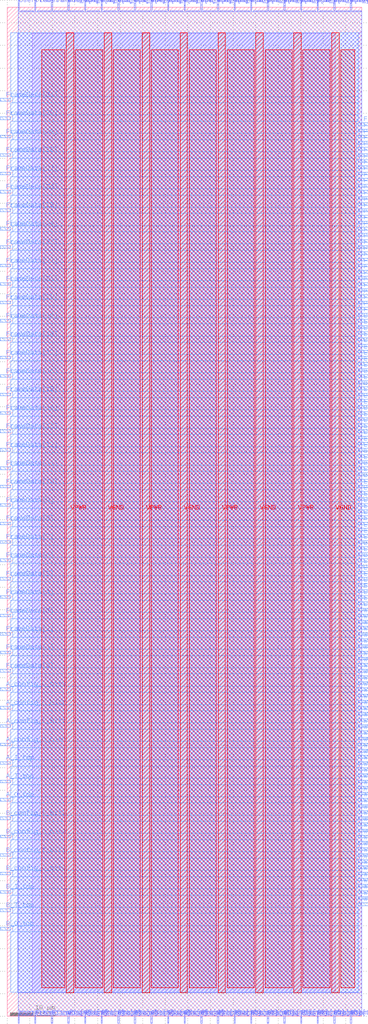
<source format=lef>
VERSION 5.7 ;
  NOWIREEXTENSIONATPIN ON ;
  DIVIDERCHAR "/" ;
  BUSBITCHARS "[]" ;
MACRO W_IO
  CLASS BLOCK ;
  FOREIGN W_IO ;
  ORIGIN 0.000 0.000 ;
  SIZE 78.500 BY 223.500 ;
  PIN A_I_top
    DIRECTION OUTPUT TRISTATE ;
    USE SIGNAL ;
    ANTENNADIFFAREA 0.795200 ;
    PORT
      LAYER met3 ;
        RECT -1.500 55.800 0.800 56.400 ;
    END
  END A_I_top
  PIN A_O_top
    DIRECTION INPUT ;
    USE SIGNAL ;
    ANTENNAGATEAREA 0.196500 ;
    PORT
      LAYER met3 ;
        RECT -1.500 47.640 0.800 48.240 ;
    END
  END A_O_top
  PIN A_T_top
    DIRECTION OUTPUT TRISTATE ;
    USE SIGNAL ;
    ANTENNADIFFAREA 0.795200 ;
    PORT
      LAYER met3 ;
        RECT -1.500 51.720 0.800 52.320 ;
    END
  END A_T_top
  PIN A_config_C_bit0
    DIRECTION OUTPUT TRISTATE ;
    USE SIGNAL ;
    ANTENNADIFFAREA 0.795200 ;
    PORT
      LAYER met3 ;
        RECT -1.500 59.880 0.800 60.480 ;
    END
  END A_config_C_bit0
  PIN A_config_C_bit1
    DIRECTION OUTPUT TRISTATE ;
    USE SIGNAL ;
    ANTENNADIFFAREA 0.795200 ;
    PORT
      LAYER met3 ;
        RECT -1.500 63.960 0.800 64.560 ;
    END
  END A_config_C_bit1
  PIN A_config_C_bit2
    DIRECTION OUTPUT TRISTATE ;
    USE SIGNAL ;
    ANTENNADIFFAREA 0.795200 ;
    PORT
      LAYER met3 ;
        RECT -1.500 68.040 0.800 68.640 ;
    END
  END A_config_C_bit2
  PIN A_config_C_bit3
    DIRECTION OUTPUT TRISTATE ;
    USE SIGNAL ;
    ANTENNADIFFAREA 0.795200 ;
    PORT
      LAYER met3 ;
        RECT -1.500 72.120 0.800 72.720 ;
    END
  END A_config_C_bit3
  PIN B_I_top
    DIRECTION OUTPUT TRISTATE ;
    USE SIGNAL ;
    ANTENNADIFFAREA 0.795200 ;
    PORT
      LAYER met3 ;
        RECT -1.500 27.240 0.800 27.840 ;
    END
  END B_I_top
  PIN B_O_top
    DIRECTION INPUT ;
    USE SIGNAL ;
    ANTENNAGATEAREA 0.196500 ;
    PORT
      LAYER met3 ;
        RECT -1.500 19.080 0.800 19.680 ;
    END
  END B_O_top
  PIN B_T_top
    DIRECTION OUTPUT TRISTATE ;
    USE SIGNAL ;
    ANTENNADIFFAREA 0.795200 ;
    PORT
      LAYER met3 ;
        RECT -1.500 23.160 0.800 23.760 ;
    END
  END B_T_top
  PIN B_config_C_bit0
    DIRECTION OUTPUT TRISTATE ;
    USE SIGNAL ;
    ANTENNADIFFAREA 0.795200 ;
    PORT
      LAYER met3 ;
        RECT -1.500 31.320 0.800 31.920 ;
    END
  END B_config_C_bit0
  PIN B_config_C_bit1
    DIRECTION OUTPUT TRISTATE ;
    USE SIGNAL ;
    ANTENNADIFFAREA 0.795200 ;
    PORT
      LAYER met3 ;
        RECT -1.500 35.400 0.800 36.000 ;
    END
  END B_config_C_bit1
  PIN B_config_C_bit2
    DIRECTION OUTPUT TRISTATE ;
    USE SIGNAL ;
    ANTENNADIFFAREA 0.795200 ;
    PORT
      LAYER met3 ;
        RECT -1.500 39.480 0.800 40.080 ;
    END
  END B_config_C_bit2
  PIN B_config_C_bit3
    DIRECTION OUTPUT TRISTATE ;
    USE SIGNAL ;
    ANTENNADIFFAREA 0.795200 ;
    PORT
      LAYER met3 ;
        RECT -1.500 43.560 0.800 44.160 ;
    END
  END B_config_C_bit3
  PIN E1BEG[0]
    DIRECTION OUTPUT TRISTATE ;
    USE SIGNAL ;
    ANTENNADIFFAREA 0.795200 ;
    PORT
      LAYER met3 ;
        RECT 77.700 89.800 80.000 90.400 ;
    END
  END E1BEG[0]
  PIN E1BEG[1]
    DIRECTION OUTPUT TRISTATE ;
    USE SIGNAL ;
    ANTENNADIFFAREA 0.795200 ;
    PORT
      LAYER met3 ;
        RECT 77.700 91.160 80.000 91.760 ;
    END
  END E1BEG[1]
  PIN E1BEG[2]
    DIRECTION OUTPUT TRISTATE ;
    USE SIGNAL ;
    ANTENNADIFFAREA 0.795200 ;
    PORT
      LAYER met3 ;
        RECT 77.700 92.520 80.000 93.120 ;
    END
  END E1BEG[2]
  PIN E1BEG[3]
    DIRECTION OUTPUT TRISTATE ;
    USE SIGNAL ;
    ANTENNADIFFAREA 0.795200 ;
    PORT
      LAYER met3 ;
        RECT 77.700 93.880 80.000 94.480 ;
    END
  END E1BEG[3]
  PIN E2BEG[0]
    DIRECTION OUTPUT TRISTATE ;
    USE SIGNAL ;
    ANTENNADIFFAREA 0.795200 ;
    PORT
      LAYER met3 ;
        RECT 77.700 95.240 80.000 95.840 ;
    END
  END E2BEG[0]
  PIN E2BEG[1]
    DIRECTION OUTPUT TRISTATE ;
    USE SIGNAL ;
    ANTENNADIFFAREA 0.795200 ;
    PORT
      LAYER met3 ;
        RECT 77.700 96.600 80.000 97.200 ;
    END
  END E2BEG[1]
  PIN E2BEG[2]
    DIRECTION OUTPUT TRISTATE ;
    USE SIGNAL ;
    ANTENNADIFFAREA 0.795200 ;
    PORT
      LAYER met3 ;
        RECT 77.700 97.960 80.000 98.560 ;
    END
  END E2BEG[2]
  PIN E2BEG[3]
    DIRECTION OUTPUT TRISTATE ;
    USE SIGNAL ;
    ANTENNADIFFAREA 0.795200 ;
    PORT
      LAYER met3 ;
        RECT 77.700 99.320 80.000 99.920 ;
    END
  END E2BEG[3]
  PIN E2BEG[4]
    DIRECTION OUTPUT TRISTATE ;
    USE SIGNAL ;
    ANTENNADIFFAREA 0.445500 ;
    PORT
      LAYER met3 ;
        RECT 77.700 100.680 80.000 101.280 ;
    END
  END E2BEG[4]
  PIN E2BEG[5]
    DIRECTION OUTPUT TRISTATE ;
    USE SIGNAL ;
    ANTENNADIFFAREA 0.795200 ;
    PORT
      LAYER met3 ;
        RECT 77.700 102.040 80.000 102.640 ;
    END
  END E2BEG[5]
  PIN E2BEG[6]
    DIRECTION OUTPUT TRISTATE ;
    USE SIGNAL ;
    ANTENNADIFFAREA 0.795200 ;
    PORT
      LAYER met3 ;
        RECT 77.700 103.400 80.000 104.000 ;
    END
  END E2BEG[6]
  PIN E2BEG[7]
    DIRECTION OUTPUT TRISTATE ;
    USE SIGNAL ;
    ANTENNADIFFAREA 0.795200 ;
    PORT
      LAYER met3 ;
        RECT 77.700 104.760 80.000 105.360 ;
    END
  END E2BEG[7]
  PIN E2BEGb[0]
    DIRECTION OUTPUT TRISTATE ;
    USE SIGNAL ;
    ANTENNADIFFAREA 0.795200 ;
    PORT
      LAYER met3 ;
        RECT 77.700 106.120 80.000 106.720 ;
    END
  END E2BEGb[0]
  PIN E2BEGb[1]
    DIRECTION OUTPUT TRISTATE ;
    USE SIGNAL ;
    ANTENNADIFFAREA 0.795200 ;
    PORT
      LAYER met3 ;
        RECT 77.700 107.480 80.000 108.080 ;
    END
  END E2BEGb[1]
  PIN E2BEGb[2]
    DIRECTION OUTPUT TRISTATE ;
    USE SIGNAL ;
    ANTENNADIFFAREA 0.795200 ;
    PORT
      LAYER met3 ;
        RECT 77.700 108.840 80.000 109.440 ;
    END
  END E2BEGb[2]
  PIN E2BEGb[3]
    DIRECTION OUTPUT TRISTATE ;
    USE SIGNAL ;
    ANTENNADIFFAREA 0.795200 ;
    PORT
      LAYER met3 ;
        RECT 77.700 110.200 80.000 110.800 ;
    END
  END E2BEGb[3]
  PIN E2BEGb[4]
    DIRECTION OUTPUT TRISTATE ;
    USE SIGNAL ;
    ANTENNADIFFAREA 0.795200 ;
    PORT
      LAYER met3 ;
        RECT 77.700 111.560 80.000 112.160 ;
    END
  END E2BEGb[4]
  PIN E2BEGb[5]
    DIRECTION OUTPUT TRISTATE ;
    USE SIGNAL ;
    ANTENNADIFFAREA 0.795200 ;
    PORT
      LAYER met3 ;
        RECT 77.700 112.920 80.000 113.520 ;
    END
  END E2BEGb[5]
  PIN E2BEGb[6]
    DIRECTION OUTPUT TRISTATE ;
    USE SIGNAL ;
    ANTENNADIFFAREA 0.445500 ;
    PORT
      LAYER met3 ;
        RECT 77.700 114.280 80.000 114.880 ;
    END
  END E2BEGb[6]
  PIN E2BEGb[7]
    DIRECTION OUTPUT TRISTATE ;
    USE SIGNAL ;
    ANTENNADIFFAREA 0.795200 ;
    PORT
      LAYER met3 ;
        RECT 77.700 115.640 80.000 116.240 ;
    END
  END E2BEGb[7]
  PIN E6BEG[0]
    DIRECTION OUTPUT TRISTATE ;
    USE SIGNAL ;
    ANTENNADIFFAREA 0.795200 ;
    PORT
      LAYER met3 ;
        RECT 77.700 138.760 80.000 139.360 ;
    END
  END E6BEG[0]
  PIN E6BEG[10]
    DIRECTION OUTPUT TRISTATE ;
    USE SIGNAL ;
    ANTENNADIFFAREA 0.795200 ;
    PORT
      LAYER met3 ;
        RECT 77.700 152.360 80.000 152.960 ;
    END
  END E6BEG[10]
  PIN E6BEG[11]
    DIRECTION OUTPUT TRISTATE ;
    USE SIGNAL ;
    ANTENNADIFFAREA 0.795200 ;
    PORT
      LAYER met3 ;
        RECT 77.700 153.720 80.000 154.320 ;
    END
  END E6BEG[11]
  PIN E6BEG[1]
    DIRECTION OUTPUT TRISTATE ;
    USE SIGNAL ;
    ANTENNADIFFAREA 0.795200 ;
    PORT
      LAYER met3 ;
        RECT 77.700 140.120 80.000 140.720 ;
    END
  END E6BEG[1]
  PIN E6BEG[2]
    DIRECTION OUTPUT TRISTATE ;
    USE SIGNAL ;
    ANTENNADIFFAREA 0.795200 ;
    PORT
      LAYER met3 ;
        RECT 77.700 141.480 80.000 142.080 ;
    END
  END E6BEG[2]
  PIN E6BEG[3]
    DIRECTION OUTPUT TRISTATE ;
    USE SIGNAL ;
    ANTENNADIFFAREA 0.795200 ;
    PORT
      LAYER met3 ;
        RECT 77.700 142.840 80.000 143.440 ;
    END
  END E6BEG[3]
  PIN E6BEG[4]
    DIRECTION OUTPUT TRISTATE ;
    USE SIGNAL ;
    ANTENNADIFFAREA 0.795200 ;
    PORT
      LAYER met3 ;
        RECT 77.700 144.200 80.000 144.800 ;
    END
  END E6BEG[4]
  PIN E6BEG[5]
    DIRECTION OUTPUT TRISTATE ;
    USE SIGNAL ;
    ANTENNADIFFAREA 0.795200 ;
    PORT
      LAYER met3 ;
        RECT 77.700 145.560 80.000 146.160 ;
    END
  END E6BEG[5]
  PIN E6BEG[6]
    DIRECTION OUTPUT TRISTATE ;
    USE SIGNAL ;
    ANTENNADIFFAREA 0.795200 ;
    PORT
      LAYER met3 ;
        RECT 77.700 146.920 80.000 147.520 ;
    END
  END E6BEG[6]
  PIN E6BEG[7]
    DIRECTION OUTPUT TRISTATE ;
    USE SIGNAL ;
    ANTENNADIFFAREA 0.795200 ;
    PORT
      LAYER met3 ;
        RECT 77.700 148.280 80.000 148.880 ;
    END
  END E6BEG[7]
  PIN E6BEG[8]
    DIRECTION OUTPUT TRISTATE ;
    USE SIGNAL ;
    ANTENNADIFFAREA 0.795200 ;
    PORT
      LAYER met3 ;
        RECT 77.700 149.640 80.000 150.240 ;
    END
  END E6BEG[8]
  PIN E6BEG[9]
    DIRECTION OUTPUT TRISTATE ;
    USE SIGNAL ;
    ANTENNADIFFAREA 0.795200 ;
    PORT
      LAYER met3 ;
        RECT 77.700 151.000 80.000 151.600 ;
    END
  END E6BEG[9]
  PIN EE4BEG[0]
    DIRECTION OUTPUT TRISTATE ;
    USE SIGNAL ;
    ANTENNADIFFAREA 0.795200 ;
    PORT
      LAYER met3 ;
        RECT 77.700 117.000 80.000 117.600 ;
    END
  END EE4BEG[0]
  PIN EE4BEG[10]
    DIRECTION OUTPUT TRISTATE ;
    USE SIGNAL ;
    ANTENNADIFFAREA 0.795200 ;
    PORT
      LAYER met3 ;
        RECT 77.700 130.600 80.000 131.200 ;
    END
  END EE4BEG[10]
  PIN EE4BEG[11]
    DIRECTION OUTPUT TRISTATE ;
    USE SIGNAL ;
    ANTENNADIFFAREA 0.795200 ;
    PORT
      LAYER met3 ;
        RECT 77.700 131.960 80.000 132.560 ;
    END
  END EE4BEG[11]
  PIN EE4BEG[12]
    DIRECTION OUTPUT TRISTATE ;
    USE SIGNAL ;
    ANTENNADIFFAREA 0.795200 ;
    PORT
      LAYER met3 ;
        RECT 77.700 133.320 80.000 133.920 ;
    END
  END EE4BEG[12]
  PIN EE4BEG[13]
    DIRECTION OUTPUT TRISTATE ;
    USE SIGNAL ;
    ANTENNADIFFAREA 0.795200 ;
    PORT
      LAYER met3 ;
        RECT 77.700 134.680 80.000 135.280 ;
    END
  END EE4BEG[13]
  PIN EE4BEG[14]
    DIRECTION OUTPUT TRISTATE ;
    USE SIGNAL ;
    ANTENNADIFFAREA 0.795200 ;
    PORT
      LAYER met3 ;
        RECT 77.700 136.040 80.000 136.640 ;
    END
  END EE4BEG[14]
  PIN EE4BEG[15]
    DIRECTION OUTPUT TRISTATE ;
    USE SIGNAL ;
    ANTENNADIFFAREA 0.795200 ;
    PORT
      LAYER met3 ;
        RECT 77.700 137.400 80.000 138.000 ;
    END
  END EE4BEG[15]
  PIN EE4BEG[1]
    DIRECTION OUTPUT TRISTATE ;
    USE SIGNAL ;
    ANTENNADIFFAREA 0.795200 ;
    PORT
      LAYER met3 ;
        RECT 77.700 118.360 80.000 118.960 ;
    END
  END EE4BEG[1]
  PIN EE4BEG[2]
    DIRECTION OUTPUT TRISTATE ;
    USE SIGNAL ;
    ANTENNADIFFAREA 0.795200 ;
    PORT
      LAYER met3 ;
        RECT 77.700 119.720 80.000 120.320 ;
    END
  END EE4BEG[2]
  PIN EE4BEG[3]
    DIRECTION OUTPUT TRISTATE ;
    USE SIGNAL ;
    ANTENNADIFFAREA 0.795200 ;
    PORT
      LAYER met3 ;
        RECT 77.700 121.080 80.000 121.680 ;
    END
  END EE4BEG[3]
  PIN EE4BEG[4]
    DIRECTION OUTPUT TRISTATE ;
    USE SIGNAL ;
    ANTENNADIFFAREA 0.795200 ;
    PORT
      LAYER met3 ;
        RECT 77.700 122.440 80.000 123.040 ;
    END
  END EE4BEG[4]
  PIN EE4BEG[5]
    DIRECTION OUTPUT TRISTATE ;
    USE SIGNAL ;
    ANTENNADIFFAREA 0.795200 ;
    PORT
      LAYER met3 ;
        RECT 77.700 123.800 80.000 124.400 ;
    END
  END EE4BEG[5]
  PIN EE4BEG[6]
    DIRECTION OUTPUT TRISTATE ;
    USE SIGNAL ;
    ANTENNADIFFAREA 0.795200 ;
    PORT
      LAYER met3 ;
        RECT 77.700 125.160 80.000 125.760 ;
    END
  END EE4BEG[6]
  PIN EE4BEG[7]
    DIRECTION OUTPUT TRISTATE ;
    USE SIGNAL ;
    ANTENNADIFFAREA 0.795200 ;
    PORT
      LAYER met3 ;
        RECT 77.700 126.520 80.000 127.120 ;
    END
  END EE4BEG[7]
  PIN EE4BEG[8]
    DIRECTION OUTPUT TRISTATE ;
    USE SIGNAL ;
    ANTENNADIFFAREA 0.795200 ;
    PORT
      LAYER met3 ;
        RECT 77.700 127.880 80.000 128.480 ;
    END
  END EE4BEG[8]
  PIN EE4BEG[9]
    DIRECTION OUTPUT TRISTATE ;
    USE SIGNAL ;
    ANTENNADIFFAREA 0.795200 ;
    PORT
      LAYER met3 ;
        RECT 77.700 129.240 80.000 129.840 ;
    END
  END EE4BEG[9]
  PIN FrameData[0]
    DIRECTION INPUT ;
    USE SIGNAL ;
    ANTENNAGATEAREA 0.213000 ;
    PORT
      LAYER met3 ;
        RECT -1.500 76.200 0.800 76.800 ;
    END
  END FrameData[0]
  PIN FrameData[10]
    DIRECTION INPUT ;
    USE SIGNAL ;
    ANTENNAGATEAREA 0.213000 ;
    PORT
      LAYER met3 ;
        RECT -1.500 117.000 0.800 117.600 ;
    END
  END FrameData[10]
  PIN FrameData[11]
    DIRECTION INPUT ;
    USE SIGNAL ;
    ANTENNAGATEAREA 0.213000 ;
    PORT
      LAYER met3 ;
        RECT -1.500 121.080 0.800 121.680 ;
    END
  END FrameData[11]
  PIN FrameData[12]
    DIRECTION INPUT ;
    USE SIGNAL ;
    ANTENNAGATEAREA 0.126000 ;
    PORT
      LAYER met3 ;
        RECT -1.500 125.160 0.800 125.760 ;
    END
  END FrameData[12]
  PIN FrameData[13]
    DIRECTION INPUT ;
    USE SIGNAL ;
    ANTENNAGATEAREA 0.213000 ;
    PORT
      LAYER met3 ;
        RECT -1.500 129.240 0.800 129.840 ;
    END
  END FrameData[13]
  PIN FrameData[14]
    DIRECTION INPUT ;
    USE SIGNAL ;
    ANTENNAGATEAREA 0.213000 ;
    PORT
      LAYER met3 ;
        RECT -1.500 133.320 0.800 133.920 ;
    END
  END FrameData[14]
  PIN FrameData[15]
    DIRECTION INPUT ;
    USE SIGNAL ;
    ANTENNAGATEAREA 0.159000 ;
    PORT
      LAYER met3 ;
        RECT -1.500 137.400 0.800 138.000 ;
    END
  END FrameData[15]
  PIN FrameData[16]
    DIRECTION INPUT ;
    USE SIGNAL ;
    ANTENNAGATEAREA 0.159000 ;
    PORT
      LAYER met3 ;
        RECT -1.500 141.480 0.800 142.080 ;
    END
  END FrameData[16]
  PIN FrameData[17]
    DIRECTION INPUT ;
    USE SIGNAL ;
    ANTENNAGATEAREA 0.159000 ;
    PORT
      LAYER met3 ;
        RECT -1.500 145.560 0.800 146.160 ;
    END
  END FrameData[17]
  PIN FrameData[18]
    DIRECTION INPUT ;
    USE SIGNAL ;
    ANTENNAGATEAREA 0.159000 ;
    PORT
      LAYER met3 ;
        RECT -1.500 149.640 0.800 150.240 ;
    END
  END FrameData[18]
  PIN FrameData[19]
    DIRECTION INPUT ;
    USE SIGNAL ;
    ANTENNAGATEAREA 0.159000 ;
    PORT
      LAYER met3 ;
        RECT -1.500 153.720 0.800 154.320 ;
    END
  END FrameData[19]
  PIN FrameData[1]
    DIRECTION INPUT ;
    USE SIGNAL ;
    ANTENNAGATEAREA 0.213000 ;
    PORT
      LAYER met3 ;
        RECT -1.500 80.280 0.800 80.880 ;
    END
  END FrameData[1]
  PIN FrameData[20]
    DIRECTION INPUT ;
    USE SIGNAL ;
    ANTENNAGATEAREA 0.159000 ;
    PORT
      LAYER met3 ;
        RECT -1.500 157.800 0.800 158.400 ;
    END
  END FrameData[20]
  PIN FrameData[21]
    DIRECTION INPUT ;
    USE SIGNAL ;
    ANTENNAGATEAREA 0.159000 ;
    PORT
      LAYER met3 ;
        RECT -1.500 161.880 0.800 162.480 ;
    END
  END FrameData[21]
  PIN FrameData[22]
    DIRECTION INPUT ;
    USE SIGNAL ;
    ANTENNAGATEAREA 0.159000 ;
    PORT
      LAYER met3 ;
        RECT -1.500 165.960 0.800 166.560 ;
    END
  END FrameData[22]
  PIN FrameData[23]
    DIRECTION INPUT ;
    USE SIGNAL ;
    ANTENNAGATEAREA 0.159000 ;
    PORT
      LAYER met3 ;
        RECT -1.500 170.040 0.800 170.640 ;
    END
  END FrameData[23]
  PIN FrameData[24]
    DIRECTION INPUT ;
    USE SIGNAL ;
    ANTENNAGATEAREA 0.159000 ;
    PORT
      LAYER met3 ;
        RECT -1.500 174.120 0.800 174.720 ;
    END
  END FrameData[24]
  PIN FrameData[25]
    DIRECTION INPUT ;
    USE SIGNAL ;
    ANTENNAGATEAREA 0.213000 ;
    PORT
      LAYER met3 ;
        RECT -1.500 178.200 0.800 178.800 ;
    END
  END FrameData[25]
  PIN FrameData[26]
    DIRECTION INPUT ;
    USE SIGNAL ;
    ANTENNAGATEAREA 0.159000 ;
    PORT
      LAYER met3 ;
        RECT -1.500 182.280 0.800 182.880 ;
    END
  END FrameData[26]
  PIN FrameData[27]
    DIRECTION INPUT ;
    USE SIGNAL ;
    ANTENNAGATEAREA 0.159000 ;
    PORT
      LAYER met3 ;
        RECT -1.500 186.360 0.800 186.960 ;
    END
  END FrameData[27]
  PIN FrameData[28]
    DIRECTION INPUT ;
    USE SIGNAL ;
    ANTENNAGATEAREA 0.159000 ;
    PORT
      LAYER met3 ;
        RECT -1.500 190.440 0.800 191.040 ;
    END
  END FrameData[28]
  PIN FrameData[29]
    DIRECTION INPUT ;
    USE SIGNAL ;
    ANTENNAGATEAREA 0.213000 ;
    PORT
      LAYER met3 ;
        RECT -1.500 194.520 0.800 195.120 ;
    END
  END FrameData[29]
  PIN FrameData[2]
    DIRECTION INPUT ;
    USE SIGNAL ;
    ANTENNAGATEAREA 0.213000 ;
    PORT
      LAYER met3 ;
        RECT -1.500 84.360 0.800 84.960 ;
    END
  END FrameData[2]
  PIN FrameData[30]
    DIRECTION INPUT ;
    USE SIGNAL ;
    ANTENNAGATEAREA 0.213000 ;
    PORT
      LAYER met3 ;
        RECT -1.500 198.600 0.800 199.200 ;
    END
  END FrameData[30]
  PIN FrameData[31]
    DIRECTION INPUT ;
    USE SIGNAL ;
    ANTENNAGATEAREA 0.159000 ;
    PORT
      LAYER met3 ;
        RECT -1.500 202.680 0.800 203.280 ;
    END
  END FrameData[31]
  PIN FrameData[3]
    DIRECTION INPUT ;
    USE SIGNAL ;
    ANTENNAGATEAREA 0.213000 ;
    PORT
      LAYER met3 ;
        RECT -1.500 88.440 0.800 89.040 ;
    END
  END FrameData[3]
  PIN FrameData[4]
    DIRECTION INPUT ;
    USE SIGNAL ;
    ANTENNAGATEAREA 0.213000 ;
    PORT
      LAYER met3 ;
        RECT -1.500 92.520 0.800 93.120 ;
    END
  END FrameData[4]
  PIN FrameData[5]
    DIRECTION INPUT ;
    USE SIGNAL ;
    ANTENNAGATEAREA 0.213000 ;
    PORT
      LAYER met3 ;
        RECT -1.500 96.600 0.800 97.200 ;
    END
  END FrameData[5]
  PIN FrameData[6]
    DIRECTION INPUT ;
    USE SIGNAL ;
    ANTENNAGATEAREA 0.126000 ;
    PORT
      LAYER met3 ;
        RECT -1.500 100.680 0.800 101.280 ;
    END
  END FrameData[6]
  PIN FrameData[7]
    DIRECTION INPUT ;
    USE SIGNAL ;
    ANTENNAGATEAREA 0.213000 ;
    PORT
      LAYER met3 ;
        RECT -1.500 104.760 0.800 105.360 ;
    END
  END FrameData[7]
  PIN FrameData[8]
    DIRECTION INPUT ;
    USE SIGNAL ;
    ANTENNAGATEAREA 0.213000 ;
    PORT
      LAYER met3 ;
        RECT -1.500 108.840 0.800 109.440 ;
    END
  END FrameData[8]
  PIN FrameData[9]
    DIRECTION INPUT ;
    USE SIGNAL ;
    ANTENNAGATEAREA 0.213000 ;
    PORT
      LAYER met3 ;
        RECT -1.500 112.920 0.800 113.520 ;
    END
  END FrameData[9]
  PIN FrameData_O[0]
    DIRECTION OUTPUT TRISTATE ;
    USE SIGNAL ;
    ANTENNADIFFAREA 0.795200 ;
    PORT
      LAYER met3 ;
        RECT 77.700 155.080 80.000 155.680 ;
    END
  END FrameData_O[0]
  PIN FrameData_O[10]
    DIRECTION OUTPUT TRISTATE ;
    USE SIGNAL ;
    ANTENNADIFFAREA 0.795200 ;
    PORT
      LAYER met3 ;
        RECT 77.700 168.680 80.000 169.280 ;
    END
  END FrameData_O[10]
  PIN FrameData_O[11]
    DIRECTION OUTPUT TRISTATE ;
    USE SIGNAL ;
    ANTENNADIFFAREA 0.795200 ;
    PORT
      LAYER met3 ;
        RECT 77.700 170.040 80.000 170.640 ;
    END
  END FrameData_O[11]
  PIN FrameData_O[12]
    DIRECTION OUTPUT TRISTATE ;
    USE SIGNAL ;
    ANTENNADIFFAREA 0.795200 ;
    PORT
      LAYER met3 ;
        RECT 77.700 171.400 80.000 172.000 ;
    END
  END FrameData_O[12]
  PIN FrameData_O[13]
    DIRECTION OUTPUT TRISTATE ;
    USE SIGNAL ;
    ANTENNADIFFAREA 0.795200 ;
    PORT
      LAYER met3 ;
        RECT 77.700 172.760 80.000 173.360 ;
    END
  END FrameData_O[13]
  PIN FrameData_O[14]
    DIRECTION OUTPUT TRISTATE ;
    USE SIGNAL ;
    ANTENNADIFFAREA 0.795200 ;
    PORT
      LAYER met3 ;
        RECT 77.700 174.120 80.000 174.720 ;
    END
  END FrameData_O[14]
  PIN FrameData_O[15]
    DIRECTION OUTPUT TRISTATE ;
    USE SIGNAL ;
    ANTENNADIFFAREA 0.445500 ;
    PORT
      LAYER met3 ;
        RECT 77.700 175.480 80.000 176.080 ;
    END
  END FrameData_O[15]
  PIN FrameData_O[16]
    DIRECTION OUTPUT TRISTATE ;
    USE SIGNAL ;
    ANTENNADIFFAREA 0.795200 ;
    PORT
      LAYER met3 ;
        RECT 77.700 176.840 80.000 177.440 ;
    END
  END FrameData_O[16]
  PIN FrameData_O[17]
    DIRECTION OUTPUT TRISTATE ;
    USE SIGNAL ;
    ANTENNADIFFAREA 0.795200 ;
    PORT
      LAYER met3 ;
        RECT 77.700 178.200 80.000 178.800 ;
    END
  END FrameData_O[17]
  PIN FrameData_O[18]
    DIRECTION OUTPUT TRISTATE ;
    USE SIGNAL ;
    ANTENNADIFFAREA 0.795200 ;
    PORT
      LAYER met3 ;
        RECT 77.700 179.560 80.000 180.160 ;
    END
  END FrameData_O[18]
  PIN FrameData_O[19]
    DIRECTION OUTPUT TRISTATE ;
    USE SIGNAL ;
    ANTENNADIFFAREA 0.445500 ;
    PORT
      LAYER met3 ;
        RECT 77.700 180.920 80.000 181.520 ;
    END
  END FrameData_O[19]
  PIN FrameData_O[1]
    DIRECTION OUTPUT TRISTATE ;
    USE SIGNAL ;
    ANTENNADIFFAREA 0.795200 ;
    PORT
      LAYER met3 ;
        RECT 77.700 156.440 80.000 157.040 ;
    END
  END FrameData_O[1]
  PIN FrameData_O[20]
    DIRECTION OUTPUT TRISTATE ;
    USE SIGNAL ;
    ANTENNADIFFAREA 0.795200 ;
    PORT
      LAYER met3 ;
        RECT 77.700 182.280 80.000 182.880 ;
    END
  END FrameData_O[20]
  PIN FrameData_O[21]
    DIRECTION OUTPUT TRISTATE ;
    USE SIGNAL ;
    ANTENNADIFFAREA 0.795200 ;
    PORT
      LAYER met3 ;
        RECT 77.700 183.640 80.000 184.240 ;
    END
  END FrameData_O[21]
  PIN FrameData_O[22]
    DIRECTION OUTPUT TRISTATE ;
    USE SIGNAL ;
    ANTENNADIFFAREA 0.795200 ;
    PORT
      LAYER met3 ;
        RECT 77.700 185.000 80.000 185.600 ;
    END
  END FrameData_O[22]
  PIN FrameData_O[23]
    DIRECTION OUTPUT TRISTATE ;
    USE SIGNAL ;
    ANTENNADIFFAREA 0.445500 ;
    PORT
      LAYER met3 ;
        RECT 77.700 186.360 80.000 186.960 ;
    END
  END FrameData_O[23]
  PIN FrameData_O[24]
    DIRECTION OUTPUT TRISTATE ;
    USE SIGNAL ;
    ANTENNADIFFAREA 0.795200 ;
    PORT
      LAYER met3 ;
        RECT 77.700 187.720 80.000 188.320 ;
    END
  END FrameData_O[24]
  PIN FrameData_O[25]
    DIRECTION OUTPUT TRISTATE ;
    USE SIGNAL ;
    ANTENNADIFFAREA 0.445500 ;
    PORT
      LAYER met3 ;
        RECT 77.700 189.080 80.000 189.680 ;
    END
  END FrameData_O[25]
  PIN FrameData_O[26]
    DIRECTION OUTPUT TRISTATE ;
    USE SIGNAL ;
    ANTENNADIFFAREA 0.795200 ;
    PORT
      LAYER met3 ;
        RECT 77.700 190.440 80.000 191.040 ;
    END
  END FrameData_O[26]
  PIN FrameData_O[27]
    DIRECTION OUTPUT TRISTATE ;
    USE SIGNAL ;
    ANTENNADIFFAREA 0.795200 ;
    PORT
      LAYER met3 ;
        RECT 77.700 191.800 80.000 192.400 ;
    END
  END FrameData_O[27]
  PIN FrameData_O[28]
    DIRECTION OUTPUT TRISTATE ;
    USE SIGNAL ;
    ANTENNADIFFAREA 0.795200 ;
    PORT
      LAYER met3 ;
        RECT 77.700 193.160 80.000 193.760 ;
    END
  END FrameData_O[28]
  PIN FrameData_O[29]
    DIRECTION OUTPUT TRISTATE ;
    USE SIGNAL ;
    ANTENNADIFFAREA 0.445500 ;
    PORT
      LAYER met3 ;
        RECT 77.700 194.520 80.000 195.120 ;
    END
  END FrameData_O[29]
  PIN FrameData_O[2]
    DIRECTION OUTPUT TRISTATE ;
    USE SIGNAL ;
    ANTENNADIFFAREA 0.795200 ;
    PORT
      LAYER met3 ;
        RECT 77.700 157.800 80.000 158.400 ;
    END
  END FrameData_O[2]
  PIN FrameData_O[30]
    DIRECTION OUTPUT TRISTATE ;
    USE SIGNAL ;
    ANTENNADIFFAREA 0.795200 ;
    PORT
      LAYER met3 ;
        RECT 77.700 195.880 80.000 196.480 ;
    END
  END FrameData_O[30]
  PIN FrameData_O[31]
    DIRECTION OUTPUT TRISTATE ;
    USE SIGNAL ;
    ANTENNADIFFAREA 0.795200 ;
    PORT
      LAYER met3 ;
        RECT 77.700 197.240 80.000 197.840 ;
    END
  END FrameData_O[31]
  PIN FrameData_O[3]
    DIRECTION OUTPUT TRISTATE ;
    USE SIGNAL ;
    ANTENNADIFFAREA 0.795200 ;
    PORT
      LAYER met3 ;
        RECT 77.700 159.160 80.000 159.760 ;
    END
  END FrameData_O[3]
  PIN FrameData_O[4]
    DIRECTION OUTPUT TRISTATE ;
    USE SIGNAL ;
    ANTENNADIFFAREA 0.795200 ;
    PORT
      LAYER met3 ;
        RECT 77.700 160.520 80.000 161.120 ;
    END
  END FrameData_O[4]
  PIN FrameData_O[5]
    DIRECTION OUTPUT TRISTATE ;
    USE SIGNAL ;
    ANTENNADIFFAREA 0.795200 ;
    PORT
      LAYER met3 ;
        RECT 77.700 161.880 80.000 162.480 ;
    END
  END FrameData_O[5]
  PIN FrameData_O[6]
    DIRECTION OUTPUT TRISTATE ;
    USE SIGNAL ;
    ANTENNADIFFAREA 0.795200 ;
    PORT
      LAYER met3 ;
        RECT 77.700 163.240 80.000 163.840 ;
    END
  END FrameData_O[6]
  PIN FrameData_O[7]
    DIRECTION OUTPUT TRISTATE ;
    USE SIGNAL ;
    ANTENNADIFFAREA 0.795200 ;
    PORT
      LAYER met3 ;
        RECT 77.700 164.600 80.000 165.200 ;
    END
  END FrameData_O[7]
  PIN FrameData_O[8]
    DIRECTION OUTPUT TRISTATE ;
    USE SIGNAL ;
    ANTENNADIFFAREA 0.795200 ;
    PORT
      LAYER met3 ;
        RECT 77.700 165.960 80.000 166.560 ;
    END
  END FrameData_O[8]
  PIN FrameData_O[9]
    DIRECTION OUTPUT TRISTATE ;
    USE SIGNAL ;
    ANTENNADIFFAREA 0.795200 ;
    PORT
      LAYER met3 ;
        RECT 77.700 167.320 80.000 167.920 ;
    END
  END FrameData_O[9]
  PIN FrameStrobe[0]
    DIRECTION INPUT ;
    USE SIGNAL ;
    ANTENNAGATEAREA 0.742500 ;
    PORT
      LAYER met2 ;
        RECT 6.070 -1.500 6.350 0.800 ;
    END
  END FrameStrobe[0]
  PIN FrameStrobe[10]
    DIRECTION INPUT ;
    USE SIGNAL ;
    ANTENNAGATEAREA 0.196500 ;
    PORT
      LAYER met2 ;
        RECT 42.870 -1.500 43.150 0.800 ;
    END
  END FrameStrobe[10]
  PIN FrameStrobe[11]
    DIRECTION INPUT ;
    USE SIGNAL ;
    ANTENNAGATEAREA 0.196500 ;
    PORT
      LAYER met2 ;
        RECT 46.550 -1.500 46.830 0.800 ;
    END
  END FrameStrobe[11]
  PIN FrameStrobe[12]
    DIRECTION INPUT ;
    USE SIGNAL ;
    ANTENNAGATEAREA 0.196500 ;
    PORT
      LAYER met2 ;
        RECT 50.230 -1.500 50.510 0.800 ;
    END
  END FrameStrobe[12]
  PIN FrameStrobe[13]
    DIRECTION INPUT ;
    USE SIGNAL ;
    ANTENNAGATEAREA 0.196500 ;
    PORT
      LAYER met2 ;
        RECT 53.910 -1.500 54.190 0.800 ;
    END
  END FrameStrobe[13]
  PIN FrameStrobe[14]
    DIRECTION INPUT ;
    USE SIGNAL ;
    ANTENNAGATEAREA 0.196500 ;
    PORT
      LAYER met2 ;
        RECT 57.590 -1.500 57.870 0.800 ;
    END
  END FrameStrobe[14]
  PIN FrameStrobe[15]
    DIRECTION INPUT ;
    USE SIGNAL ;
    ANTENNAGATEAREA 0.196500 ;
    PORT
      LAYER met2 ;
        RECT 61.270 -1.500 61.550 0.800 ;
    END
  END FrameStrobe[15]
  PIN FrameStrobe[16]
    DIRECTION INPUT ;
    USE SIGNAL ;
    ANTENNAGATEAREA 0.196500 ;
    PORT
      LAYER met2 ;
        RECT 64.950 -1.500 65.230 0.800 ;
    END
  END FrameStrobe[16]
  PIN FrameStrobe[17]
    DIRECTION INPUT ;
    USE SIGNAL ;
    ANTENNAGATEAREA 0.196500 ;
    PORT
      LAYER met2 ;
        RECT 68.630 -1.500 68.910 0.800 ;
    END
  END FrameStrobe[17]
  PIN FrameStrobe[18]
    DIRECTION INPUT ;
    USE SIGNAL ;
    ANTENNAGATEAREA 0.196500 ;
    PORT
      LAYER met2 ;
        RECT 72.310 -1.500 72.590 0.800 ;
    END
  END FrameStrobe[18]
  PIN FrameStrobe[19]
    DIRECTION INPUT ;
    USE SIGNAL ;
    ANTENNAGATEAREA 0.196500 ;
    PORT
      LAYER met2 ;
        RECT 75.990 -1.500 76.270 0.800 ;
    END
  END FrameStrobe[19]
  PIN FrameStrobe[1]
    DIRECTION INPUT ;
    USE SIGNAL ;
    ANTENNAGATEAREA 0.742500 ;
    PORT
      LAYER met2 ;
        RECT 9.750 -1.500 10.030 0.800 ;
    END
  END FrameStrobe[1]
  PIN FrameStrobe[2]
    DIRECTION INPUT ;
    USE SIGNAL ;
    ANTENNAGATEAREA 0.742500 ;
    PORT
      LAYER met2 ;
        RECT 13.430 -1.500 13.710 0.800 ;
    END
  END FrameStrobe[2]
  PIN FrameStrobe[3]
    DIRECTION INPUT ;
    USE SIGNAL ;
    ANTENNAGATEAREA 0.247500 ;
    PORT
      LAYER met2 ;
        RECT 17.110 -1.500 17.390 0.800 ;
    END
  END FrameStrobe[3]
  PIN FrameStrobe[4]
    DIRECTION INPUT ;
    USE SIGNAL ;
    ANTENNAGATEAREA 0.213000 ;
    PORT
      LAYER met2 ;
        RECT 20.790 -1.500 21.070 0.800 ;
    END
  END FrameStrobe[4]
  PIN FrameStrobe[5]
    DIRECTION INPUT ;
    USE SIGNAL ;
    ANTENNAGATEAREA 0.213000 ;
    PORT
      LAYER met2 ;
        RECT 24.470 -1.500 24.750 0.800 ;
    END
  END FrameStrobe[5]
  PIN FrameStrobe[6]
    DIRECTION INPUT ;
    USE SIGNAL ;
    ANTENNAGATEAREA 0.126000 ;
    PORT
      LAYER met2 ;
        RECT 28.150 -1.500 28.430 0.800 ;
    END
  END FrameStrobe[6]
  PIN FrameStrobe[7]
    DIRECTION INPUT ;
    USE SIGNAL ;
    ANTENNAGATEAREA 0.196500 ;
    PORT
      LAYER met2 ;
        RECT 31.830 -1.500 32.110 0.800 ;
    END
  END FrameStrobe[7]
  PIN FrameStrobe[8]
    DIRECTION INPUT ;
    USE SIGNAL ;
    ANTENNAGATEAREA 0.196500 ;
    PORT
      LAYER met2 ;
        RECT 35.510 -1.500 35.790 0.800 ;
    END
  END FrameStrobe[8]
  PIN FrameStrobe[9]
    DIRECTION INPUT ;
    USE SIGNAL ;
    ANTENNAGATEAREA 0.196500 ;
    PORT
      LAYER met2 ;
        RECT 39.190 -1.500 39.470 0.800 ;
    END
  END FrameStrobe[9]
  PIN FrameStrobe_O[0]
    DIRECTION OUTPUT TRISTATE ;
    USE SIGNAL ;
    ANTENNADIFFAREA 0.795200 ;
    PORT
      LAYER met2 ;
        RECT 6.070 222.700 6.350 225.000 ;
    END
  END FrameStrobe_O[0]
  PIN FrameStrobe_O[10]
    DIRECTION OUTPUT TRISTATE ;
    USE SIGNAL ;
    ANTENNADIFFAREA 0.445500 ;
    PORT
      LAYER met2 ;
        RECT 42.870 222.700 43.150 225.000 ;
    END
  END FrameStrobe_O[10]
  PIN FrameStrobe_O[11]
    DIRECTION OUTPUT TRISTATE ;
    USE SIGNAL ;
    ANTENNADIFFAREA 0.445500 ;
    PORT
      LAYER met2 ;
        RECT 46.550 222.700 46.830 225.000 ;
    END
  END FrameStrobe_O[11]
  PIN FrameStrobe_O[12]
    DIRECTION OUTPUT TRISTATE ;
    USE SIGNAL ;
    ANTENNADIFFAREA 0.445500 ;
    PORT
      LAYER met2 ;
        RECT 50.230 222.700 50.510 225.000 ;
    END
  END FrameStrobe_O[12]
  PIN FrameStrobe_O[13]
    DIRECTION OUTPUT TRISTATE ;
    USE SIGNAL ;
    ANTENNADIFFAREA 0.795200 ;
    PORT
      LAYER met2 ;
        RECT 53.910 222.700 54.190 225.000 ;
    END
  END FrameStrobe_O[13]
  PIN FrameStrobe_O[14]
    DIRECTION OUTPUT TRISTATE ;
    USE SIGNAL ;
    ANTENNADIFFAREA 0.445500 ;
    PORT
      LAYER met2 ;
        RECT 57.590 222.700 57.870 225.000 ;
    END
  END FrameStrobe_O[14]
  PIN FrameStrobe_O[15]
    DIRECTION OUTPUT TRISTATE ;
    USE SIGNAL ;
    ANTENNADIFFAREA 0.795200 ;
    PORT
      LAYER met2 ;
        RECT 61.270 222.700 61.550 225.000 ;
    END
  END FrameStrobe_O[15]
  PIN FrameStrobe_O[16]
    DIRECTION OUTPUT TRISTATE ;
    USE SIGNAL ;
    ANTENNADIFFAREA 0.445500 ;
    PORT
      LAYER met2 ;
        RECT 64.950 222.700 65.230 225.000 ;
    END
  END FrameStrobe_O[16]
  PIN FrameStrobe_O[17]
    DIRECTION OUTPUT TRISTATE ;
    USE SIGNAL ;
    ANTENNADIFFAREA 0.795200 ;
    PORT
      LAYER met2 ;
        RECT 68.630 222.700 68.910 225.000 ;
    END
  END FrameStrobe_O[17]
  PIN FrameStrobe_O[18]
    DIRECTION OUTPUT TRISTATE ;
    USE SIGNAL ;
    ANTENNADIFFAREA 0.795200 ;
    PORT
      LAYER met2 ;
        RECT 72.310 222.700 72.590 225.000 ;
    END
  END FrameStrobe_O[18]
  PIN FrameStrobe_O[19]
    DIRECTION OUTPUT TRISTATE ;
    USE SIGNAL ;
    ANTENNADIFFAREA 0.795200 ;
    PORT
      LAYER met2 ;
        RECT 75.990 222.700 76.270 225.000 ;
    END
  END FrameStrobe_O[19]
  PIN FrameStrobe_O[1]
    DIRECTION OUTPUT TRISTATE ;
    USE SIGNAL ;
    ANTENNADIFFAREA 0.445500 ;
    PORT
      LAYER met2 ;
        RECT 9.750 222.700 10.030 225.000 ;
    END
  END FrameStrobe_O[1]
  PIN FrameStrobe_O[2]
    DIRECTION OUTPUT TRISTATE ;
    USE SIGNAL ;
    ANTENNADIFFAREA 0.795200 ;
    PORT
      LAYER met2 ;
        RECT 13.430 222.700 13.710 225.000 ;
    END
  END FrameStrobe_O[2]
  PIN FrameStrobe_O[3]
    DIRECTION OUTPUT TRISTATE ;
    USE SIGNAL ;
    ANTENNADIFFAREA 0.445500 ;
    PORT
      LAYER met2 ;
        RECT 17.110 222.700 17.390 225.000 ;
    END
  END FrameStrobe_O[3]
  PIN FrameStrobe_O[4]
    DIRECTION OUTPUT TRISTATE ;
    USE SIGNAL ;
    ANTENNADIFFAREA 0.795200 ;
    PORT
      LAYER met2 ;
        RECT 20.790 222.700 21.070 225.000 ;
    END
  END FrameStrobe_O[4]
  PIN FrameStrobe_O[5]
    DIRECTION OUTPUT TRISTATE ;
    USE SIGNAL ;
    ANTENNADIFFAREA 0.445500 ;
    PORT
      LAYER met2 ;
        RECT 24.470 222.700 24.750 225.000 ;
    END
  END FrameStrobe_O[5]
  PIN FrameStrobe_O[6]
    DIRECTION OUTPUT TRISTATE ;
    USE SIGNAL ;
    ANTENNADIFFAREA 0.445500 ;
    PORT
      LAYER met2 ;
        RECT 28.150 222.700 28.430 225.000 ;
    END
  END FrameStrobe_O[6]
  PIN FrameStrobe_O[7]
    DIRECTION OUTPUT TRISTATE ;
    USE SIGNAL ;
    ANTENNADIFFAREA 0.445500 ;
    PORT
      LAYER met2 ;
        RECT 31.830 222.700 32.110 225.000 ;
    END
  END FrameStrobe_O[7]
  PIN FrameStrobe_O[8]
    DIRECTION OUTPUT TRISTATE ;
    USE SIGNAL ;
    ANTENNADIFFAREA 0.445500 ;
    PORT
      LAYER met2 ;
        RECT 35.510 222.700 35.790 225.000 ;
    END
  END FrameStrobe_O[8]
  PIN FrameStrobe_O[9]
    DIRECTION OUTPUT TRISTATE ;
    USE SIGNAL ;
    ANTENNADIFFAREA 0.445500 ;
    PORT
      LAYER met2 ;
        RECT 39.190 222.700 39.470 225.000 ;
    END
  END FrameStrobe_O[9]
  PIN UserCLK
    DIRECTION INPUT ;
    USE SIGNAL ;
    ANTENNAGATEAREA 1.170000 ;
    PORT
      LAYER met2 ;
        RECT 2.390 -1.500 2.670 0.800 ;
    END
  END UserCLK
  PIN UserCLKo
    DIRECTION OUTPUT TRISTATE ;
    USE SIGNAL ;
    ANTENNADIFFAREA 0.340600 ;
    PORT
      LAYER met2 ;
        RECT 2.390 222.700 2.670 225.000 ;
    END
  END UserCLKo
  PIN VGND
    DIRECTION INOUT ;
    USE GROUND ;
    PORT
      LAYER met4 ;
        RECT 21.510 5.200 23.110 217.840 ;
    END
    PORT
      LAYER met4 ;
        RECT 38.300 5.200 39.900 217.840 ;
    END
    PORT
      LAYER met4 ;
        RECT 55.090 5.200 56.690 217.840 ;
    END
    PORT
      LAYER met4 ;
        RECT 71.880 5.200 73.480 217.840 ;
    END
  END VGND
  PIN VPWR
    DIRECTION INOUT ;
    USE POWER ;
    PORT
      LAYER met4 ;
        RECT 13.115 5.200 14.715 217.840 ;
    END
    PORT
      LAYER met4 ;
        RECT 29.905 5.200 31.505 217.840 ;
    END
    PORT
      LAYER met4 ;
        RECT 46.695 5.200 48.295 217.840 ;
    END
    PORT
      LAYER met4 ;
        RECT 63.485 5.200 65.085 217.840 ;
    END
  END VPWR
  PIN W1END[0]
    DIRECTION INPUT ;
    USE SIGNAL ;
    ANTENNAGATEAREA 0.213000 ;
    PORT
      LAYER met3 ;
        RECT 77.700 24.520 80.000 25.120 ;
    END
  END W1END[0]
  PIN W1END[1]
    DIRECTION INPUT ;
    USE SIGNAL ;
    ANTENNAGATEAREA 0.213000 ;
    PORT
      LAYER met3 ;
        RECT 77.700 25.880 80.000 26.480 ;
    END
  END W1END[1]
  PIN W1END[2]
    DIRECTION INPUT ;
    USE SIGNAL ;
    ANTENNAGATEAREA 0.213000 ;
    PORT
      LAYER met3 ;
        RECT 77.700 27.240 80.000 27.840 ;
    END
  END W1END[2]
  PIN W1END[3]
    DIRECTION INPUT ;
    USE SIGNAL ;
    ANTENNAGATEAREA 0.213000 ;
    PORT
      LAYER met3 ;
        RECT 77.700 28.600 80.000 29.200 ;
    END
  END W1END[3]
  PIN W2END[0]
    DIRECTION INPUT ;
    USE SIGNAL ;
    ANTENNAGATEAREA 0.126000 ;
    PORT
      LAYER met3 ;
        RECT 77.700 40.840 80.000 41.440 ;
    END
  END W2END[0]
  PIN W2END[1]
    DIRECTION INPUT ;
    USE SIGNAL ;
    ANTENNAGATEAREA 0.126000 ;
    PORT
      LAYER met3 ;
        RECT 77.700 42.200 80.000 42.800 ;
    END
  END W2END[1]
  PIN W2END[2]
    DIRECTION INPUT ;
    USE SIGNAL ;
    ANTENNAGATEAREA 0.196500 ;
    PORT
      LAYER met3 ;
        RECT 77.700 43.560 80.000 44.160 ;
    END
  END W2END[2]
  PIN W2END[3]
    DIRECTION INPUT ;
    USE SIGNAL ;
    ANTENNAGATEAREA 0.126000 ;
    PORT
      LAYER met3 ;
        RECT 77.700 44.920 80.000 45.520 ;
    END
  END W2END[3]
  PIN W2END[4]
    DIRECTION INPUT ;
    USE SIGNAL ;
    ANTENNAGATEAREA 0.213000 ;
    PORT
      LAYER met3 ;
        RECT 77.700 46.280 80.000 46.880 ;
    END
  END W2END[4]
  PIN W2END[5]
    DIRECTION INPUT ;
    USE SIGNAL ;
    ANTENNAGATEAREA 0.213000 ;
    PORT
      LAYER met3 ;
        RECT 77.700 47.640 80.000 48.240 ;
    END
  END W2END[5]
  PIN W2END[6]
    DIRECTION INPUT ;
    USE SIGNAL ;
    ANTENNAGATEAREA 0.213000 ;
    PORT
      LAYER met3 ;
        RECT 77.700 49.000 80.000 49.600 ;
    END
  END W2END[6]
  PIN W2END[7]
    DIRECTION INPUT ;
    USE SIGNAL ;
    ANTENNAGATEAREA 0.196500 ;
    PORT
      LAYER met3 ;
        RECT 77.700 50.360 80.000 50.960 ;
    END
  END W2END[7]
  PIN W2MID[0]
    DIRECTION INPUT ;
    USE SIGNAL ;
    ANTENNAGATEAREA 0.213000 ;
    PORT
      LAYER met3 ;
        RECT 77.700 29.960 80.000 30.560 ;
    END
  END W2MID[0]
  PIN W2MID[1]
    DIRECTION INPUT ;
    USE SIGNAL ;
    ANTENNAGATEAREA 0.213000 ;
    PORT
      LAYER met3 ;
        RECT 77.700 31.320 80.000 31.920 ;
    END
  END W2MID[1]
  PIN W2MID[2]
    DIRECTION INPUT ;
    USE SIGNAL ;
    ANTENNAGATEAREA 0.126000 ;
    PORT
      LAYER met3 ;
        RECT 77.700 32.680 80.000 33.280 ;
    END
  END W2MID[2]
  PIN W2MID[3]
    DIRECTION INPUT ;
    USE SIGNAL ;
    ANTENNAGATEAREA 0.196500 ;
    PORT
      LAYER met3 ;
        RECT 77.700 34.040 80.000 34.640 ;
    END
  END W2MID[3]
  PIN W2MID[4]
    DIRECTION INPUT ;
    USE SIGNAL ;
    ANTENNAGATEAREA 0.126000 ;
    PORT
      LAYER met3 ;
        RECT 77.700 35.400 80.000 36.000 ;
    END
  END W2MID[4]
  PIN W2MID[5]
    DIRECTION INPUT ;
    USE SIGNAL ;
    ANTENNAGATEAREA 0.213000 ;
    PORT
      LAYER met3 ;
        RECT 77.700 36.760 80.000 37.360 ;
    END
  END W2MID[5]
  PIN W2MID[6]
    DIRECTION INPUT ;
    USE SIGNAL ;
    ANTENNAGATEAREA 0.213000 ;
    PORT
      LAYER met3 ;
        RECT 77.700 38.120 80.000 38.720 ;
    END
  END W2MID[6]
  PIN W2MID[7]
    DIRECTION INPUT ;
    USE SIGNAL ;
    ANTENNAGATEAREA 0.213000 ;
    PORT
      LAYER met3 ;
        RECT 77.700 39.480 80.000 40.080 ;
    END
  END W2MID[7]
  PIN W6END[0]
    DIRECTION INPUT ;
    USE SIGNAL ;
    ANTENNAGATEAREA 0.213000 ;
    PORT
      LAYER met3 ;
        RECT 77.700 73.480 80.000 74.080 ;
    END
  END W6END[0]
  PIN W6END[10]
    DIRECTION INPUT ;
    USE SIGNAL ;
    ANTENNAGATEAREA 0.196500 ;
    PORT
      LAYER met3 ;
        RECT 77.700 87.080 80.000 87.680 ;
    END
  END W6END[10]
  PIN W6END[11]
    DIRECTION INPUT ;
    USE SIGNAL ;
    ANTENNAGATEAREA 0.196500 ;
    PORT
      LAYER met3 ;
        RECT 77.700 88.440 80.000 89.040 ;
    END
  END W6END[11]
  PIN W6END[1]
    DIRECTION INPUT ;
    USE SIGNAL ;
    ANTENNAGATEAREA 0.213000 ;
    PORT
      LAYER met3 ;
        RECT 77.700 74.840 80.000 75.440 ;
    END
  END W6END[1]
  PIN W6END[2]
    DIRECTION INPUT ;
    USE SIGNAL ;
    ANTENNAGATEAREA 0.213000 ;
    PORT
      LAYER met3 ;
        RECT 77.700 76.200 80.000 76.800 ;
    END
  END W6END[2]
  PIN W6END[3]
    DIRECTION INPUT ;
    USE SIGNAL ;
    ANTENNAGATEAREA 0.213000 ;
    PORT
      LAYER met3 ;
        RECT 77.700 77.560 80.000 78.160 ;
    END
  END W6END[3]
  PIN W6END[4]
    DIRECTION INPUT ;
    USE SIGNAL ;
    ANTENNAGATEAREA 0.126000 ;
    PORT
      LAYER met3 ;
        RECT 77.700 78.920 80.000 79.520 ;
    END
  END W6END[4]
  PIN W6END[5]
    DIRECTION INPUT ;
    USE SIGNAL ;
    ANTENNAGATEAREA 0.213000 ;
    PORT
      LAYER met3 ;
        RECT 77.700 80.280 80.000 80.880 ;
    END
  END W6END[5]
  PIN W6END[6]
    DIRECTION INPUT ;
    USE SIGNAL ;
    ANTENNAGATEAREA 0.213000 ;
    PORT
      LAYER met3 ;
        RECT 77.700 81.640 80.000 82.240 ;
    END
  END W6END[6]
  PIN W6END[7]
    DIRECTION INPUT ;
    USE SIGNAL ;
    ANTENNAGATEAREA 0.213000 ;
    PORT
      LAYER met3 ;
        RECT 77.700 83.000 80.000 83.600 ;
    END
  END W6END[7]
  PIN W6END[8]
    DIRECTION INPUT ;
    USE SIGNAL ;
    ANTENNAGATEAREA 0.196500 ;
    PORT
      LAYER met3 ;
        RECT 77.700 84.360 80.000 84.960 ;
    END
  END W6END[8]
  PIN W6END[9]
    DIRECTION INPUT ;
    USE SIGNAL ;
    ANTENNAGATEAREA 0.196500 ;
    PORT
      LAYER met3 ;
        RECT 77.700 85.720 80.000 86.320 ;
    END
  END W6END[9]
  PIN WW4END[0]
    DIRECTION INPUT ;
    USE SIGNAL ;
    ANTENNAGATEAREA 0.126000 ;
    PORT
      LAYER met3 ;
        RECT 77.700 51.720 80.000 52.320 ;
    END
  END WW4END[0]
  PIN WW4END[10]
    DIRECTION INPUT ;
    USE SIGNAL ;
    ANTENNAGATEAREA 0.126000 ;
    PORT
      LAYER met3 ;
        RECT 77.700 65.320 80.000 65.920 ;
    END
  END WW4END[10]
  PIN WW4END[11]
    DIRECTION INPUT ;
    USE SIGNAL ;
    ANTENNAGATEAREA 0.196500 ;
    PORT
      LAYER met3 ;
        RECT 77.700 66.680 80.000 67.280 ;
    END
  END WW4END[11]
  PIN WW4END[12]
    DIRECTION INPUT ;
    USE SIGNAL ;
    ANTENNAGATEAREA 0.196500 ;
    PORT
      LAYER met3 ;
        RECT 77.700 68.040 80.000 68.640 ;
    END
  END WW4END[12]
  PIN WW4END[13]
    DIRECTION INPUT ;
    USE SIGNAL ;
    ANTENNAGATEAREA 0.196500 ;
    PORT
      LAYER met3 ;
        RECT 77.700 69.400 80.000 70.000 ;
    END
  END WW4END[13]
  PIN WW4END[14]
    DIRECTION INPUT ;
    USE SIGNAL ;
    ANTENNAGATEAREA 0.196500 ;
    PORT
      LAYER met3 ;
        RECT 77.700 70.760 80.000 71.360 ;
    END
  END WW4END[14]
  PIN WW4END[15]
    DIRECTION INPUT ;
    USE SIGNAL ;
    ANTENNAGATEAREA 0.196500 ;
    PORT
      LAYER met3 ;
        RECT 77.700 72.120 80.000 72.720 ;
    END
  END WW4END[15]
  PIN WW4END[1]
    DIRECTION INPUT ;
    USE SIGNAL ;
    ANTENNAGATEAREA 0.126000 ;
    PORT
      LAYER met3 ;
        RECT 77.700 53.080 80.000 53.680 ;
    END
  END WW4END[1]
  PIN WW4END[2]
    DIRECTION INPUT ;
    USE SIGNAL ;
    ANTENNAGATEAREA 0.126000 ;
    PORT
      LAYER met3 ;
        RECT 77.700 54.440 80.000 55.040 ;
    END
  END WW4END[2]
  PIN WW4END[3]
    DIRECTION INPUT ;
    USE SIGNAL ;
    ANTENNAGATEAREA 0.196500 ;
    PORT
      LAYER met3 ;
        RECT 77.700 55.800 80.000 56.400 ;
    END
  END WW4END[3]
  PIN WW4END[4]
    DIRECTION INPUT ;
    USE SIGNAL ;
    ANTENNAGATEAREA 0.196500 ;
    PORT
      LAYER met3 ;
        RECT 77.700 57.160 80.000 57.760 ;
    END
  END WW4END[4]
  PIN WW4END[5]
    DIRECTION INPUT ;
    USE SIGNAL ;
    ANTENNAGATEAREA 0.126000 ;
    PORT
      LAYER met3 ;
        RECT 77.700 58.520 80.000 59.120 ;
    END
  END WW4END[5]
  PIN WW4END[6]
    DIRECTION INPUT ;
    USE SIGNAL ;
    ANTENNAGATEAREA 0.196500 ;
    PORT
      LAYER met3 ;
        RECT 77.700 59.880 80.000 60.480 ;
    END
  END WW4END[6]
  PIN WW4END[7]
    DIRECTION INPUT ;
    USE SIGNAL ;
    ANTENNAGATEAREA 0.126000 ;
    PORT
      LAYER met3 ;
        RECT 77.700 61.240 80.000 61.840 ;
    END
  END WW4END[7]
  PIN WW4END[8]
    DIRECTION INPUT ;
    USE SIGNAL ;
    ANTENNAGATEAREA 0.213000 ;
    PORT
      LAYER met3 ;
        RECT 77.700 62.600 80.000 63.200 ;
    END
  END WW4END[8]
  PIN WW4END[9]
    DIRECTION INPUT ;
    USE SIGNAL ;
    ANTENNAGATEAREA 0.126000 ;
    PORT
      LAYER met3 ;
        RECT 77.700 63.960 80.000 64.560 ;
    END
  END WW4END[9]
  OBS
      LAYER li1 ;
        RECT 5.520 5.355 72.680 217.685 ;
      LAYER met1 ;
        RECT 2.370 5.200 78.500 217.840 ;
      LAYER met2 ;
        RECT 2.950 222.420 5.790 222.700 ;
        RECT 6.630 222.420 9.470 222.700 ;
        RECT 10.310 222.420 13.150 222.700 ;
        RECT 13.990 222.420 16.830 222.700 ;
        RECT 17.670 222.420 20.510 222.700 ;
        RECT 21.350 222.420 24.190 222.700 ;
        RECT 25.030 222.420 27.870 222.700 ;
        RECT 28.710 222.420 31.550 222.700 ;
        RECT 32.390 222.420 35.230 222.700 ;
        RECT 36.070 222.420 38.910 222.700 ;
        RECT 39.750 222.420 42.590 222.700 ;
        RECT 43.430 222.420 46.270 222.700 ;
        RECT 47.110 222.420 49.950 222.700 ;
        RECT 50.790 222.420 53.630 222.700 ;
        RECT 54.470 222.420 57.310 222.700 ;
        RECT 58.150 222.420 60.990 222.700 ;
        RECT 61.830 222.420 64.670 222.700 ;
        RECT 65.510 222.420 68.350 222.700 ;
        RECT 69.190 222.420 72.030 222.700 ;
        RECT 72.870 222.420 75.710 222.700 ;
        RECT 76.550 222.420 78.500 222.700 ;
        RECT 2.400 1.080 78.500 222.420 ;
        RECT 2.950 0.270 5.790 1.080 ;
        RECT 6.630 0.270 9.470 1.080 ;
        RECT 10.310 0.270 13.150 1.080 ;
        RECT 13.990 0.270 16.830 1.080 ;
        RECT 17.670 0.270 20.510 1.080 ;
        RECT 21.350 0.270 24.190 1.080 ;
        RECT 25.030 0.270 27.870 1.080 ;
        RECT 28.710 0.270 31.550 1.080 ;
        RECT 32.390 0.270 35.230 1.080 ;
        RECT 36.070 0.270 38.910 1.080 ;
        RECT 39.750 0.270 42.590 1.080 ;
        RECT 43.430 0.270 46.270 1.080 ;
        RECT 47.110 0.270 49.950 1.080 ;
        RECT 50.790 0.270 53.630 1.080 ;
        RECT 54.470 0.270 57.310 1.080 ;
        RECT 58.150 0.270 60.990 1.080 ;
        RECT 61.830 0.270 64.670 1.080 ;
        RECT 65.510 0.270 68.350 1.080 ;
        RECT 69.190 0.270 72.030 1.080 ;
        RECT 72.870 0.270 75.710 1.080 ;
        RECT 76.550 0.270 78.500 1.080 ;
      LAYER met3 ;
        RECT 0.800 203.680 77.700 217.765 ;
        RECT 1.200 202.280 77.700 203.680 ;
        RECT 0.800 199.600 77.700 202.280 ;
        RECT 1.200 198.240 77.700 199.600 ;
        RECT 1.200 198.200 77.300 198.240 ;
        RECT 0.800 195.520 77.300 198.200 ;
        RECT 1.200 194.120 77.300 195.520 ;
        RECT 0.800 191.440 77.300 194.120 ;
        RECT 1.200 190.040 77.300 191.440 ;
        RECT 0.800 187.360 77.300 190.040 ;
        RECT 1.200 185.960 77.300 187.360 ;
        RECT 0.800 183.280 77.300 185.960 ;
        RECT 1.200 181.880 77.300 183.280 ;
        RECT 0.800 179.200 77.300 181.880 ;
        RECT 1.200 177.800 77.300 179.200 ;
        RECT 0.800 175.120 77.300 177.800 ;
        RECT 1.200 173.720 77.300 175.120 ;
        RECT 0.800 171.040 77.300 173.720 ;
        RECT 1.200 169.640 77.300 171.040 ;
        RECT 0.800 166.960 77.300 169.640 ;
        RECT 1.200 165.560 77.300 166.960 ;
        RECT 0.800 162.880 77.300 165.560 ;
        RECT 1.200 161.480 77.300 162.880 ;
        RECT 0.800 158.800 77.300 161.480 ;
        RECT 1.200 157.400 77.300 158.800 ;
        RECT 0.800 154.720 77.300 157.400 ;
        RECT 1.200 153.320 77.300 154.720 ;
        RECT 0.800 150.640 77.300 153.320 ;
        RECT 1.200 149.240 77.300 150.640 ;
        RECT 0.800 146.560 77.300 149.240 ;
        RECT 1.200 145.160 77.300 146.560 ;
        RECT 0.800 142.480 77.300 145.160 ;
        RECT 1.200 141.080 77.300 142.480 ;
        RECT 0.800 138.400 77.300 141.080 ;
        RECT 1.200 137.000 77.300 138.400 ;
        RECT 0.800 134.320 77.300 137.000 ;
        RECT 1.200 132.920 77.300 134.320 ;
        RECT 0.800 130.240 77.300 132.920 ;
        RECT 1.200 128.840 77.300 130.240 ;
        RECT 0.800 126.160 77.300 128.840 ;
        RECT 1.200 124.760 77.300 126.160 ;
        RECT 0.800 122.080 77.300 124.760 ;
        RECT 1.200 120.680 77.300 122.080 ;
        RECT 0.800 118.000 77.300 120.680 ;
        RECT 1.200 116.600 77.300 118.000 ;
        RECT 0.800 113.920 77.300 116.600 ;
        RECT 1.200 112.520 77.300 113.920 ;
        RECT 0.800 109.840 77.300 112.520 ;
        RECT 1.200 108.440 77.300 109.840 ;
        RECT 0.800 105.760 77.300 108.440 ;
        RECT 1.200 104.360 77.300 105.760 ;
        RECT 0.800 101.680 77.300 104.360 ;
        RECT 1.200 100.280 77.300 101.680 ;
        RECT 0.800 97.600 77.300 100.280 ;
        RECT 1.200 96.200 77.300 97.600 ;
        RECT 0.800 93.520 77.300 96.200 ;
        RECT 1.200 92.120 77.300 93.520 ;
        RECT 0.800 89.440 77.300 92.120 ;
        RECT 1.200 88.040 77.300 89.440 ;
        RECT 0.800 85.360 77.300 88.040 ;
        RECT 1.200 83.960 77.300 85.360 ;
        RECT 0.800 81.280 77.300 83.960 ;
        RECT 1.200 79.880 77.300 81.280 ;
        RECT 0.800 77.200 77.300 79.880 ;
        RECT 1.200 75.800 77.300 77.200 ;
        RECT 0.800 73.120 77.300 75.800 ;
        RECT 1.200 71.720 77.300 73.120 ;
        RECT 0.800 69.040 77.300 71.720 ;
        RECT 1.200 67.640 77.300 69.040 ;
        RECT 0.800 64.960 77.300 67.640 ;
        RECT 1.200 63.560 77.300 64.960 ;
        RECT 0.800 60.880 77.300 63.560 ;
        RECT 1.200 59.480 77.300 60.880 ;
        RECT 0.800 56.800 77.300 59.480 ;
        RECT 1.200 55.400 77.300 56.800 ;
        RECT 0.800 52.720 77.300 55.400 ;
        RECT 1.200 51.320 77.300 52.720 ;
        RECT 0.800 48.640 77.300 51.320 ;
        RECT 1.200 47.240 77.300 48.640 ;
        RECT 0.800 44.560 77.300 47.240 ;
        RECT 1.200 43.160 77.300 44.560 ;
        RECT 0.800 40.480 77.300 43.160 ;
        RECT 1.200 39.080 77.300 40.480 ;
        RECT 0.800 36.400 77.300 39.080 ;
        RECT 1.200 35.000 77.300 36.400 ;
        RECT 0.800 32.320 77.300 35.000 ;
        RECT 1.200 30.920 77.300 32.320 ;
        RECT 0.800 28.240 77.300 30.920 ;
        RECT 1.200 26.840 77.300 28.240 ;
        RECT 0.800 24.160 77.300 26.840 ;
        RECT 1.200 24.120 77.300 24.160 ;
        RECT 1.200 22.760 77.700 24.120 ;
        RECT 0.800 20.080 77.700 22.760 ;
        RECT 1.200 18.680 77.700 20.080 ;
        RECT 0.800 5.275 77.700 18.680 ;
      LAYER met4 ;
        RECT 7.655 6.295 12.715 214.025 ;
        RECT 15.115 6.295 21.110 214.025 ;
        RECT 23.510 6.295 29.505 214.025 ;
        RECT 31.905 6.295 37.900 214.025 ;
        RECT 40.300 6.295 46.295 214.025 ;
        RECT 48.695 6.295 54.690 214.025 ;
        RECT 57.090 6.295 63.085 214.025 ;
        RECT 65.485 6.295 71.480 214.025 ;
        RECT 73.880 6.295 76.985 214.025 ;
  END
END W_IO
END LIBRARY


</source>
